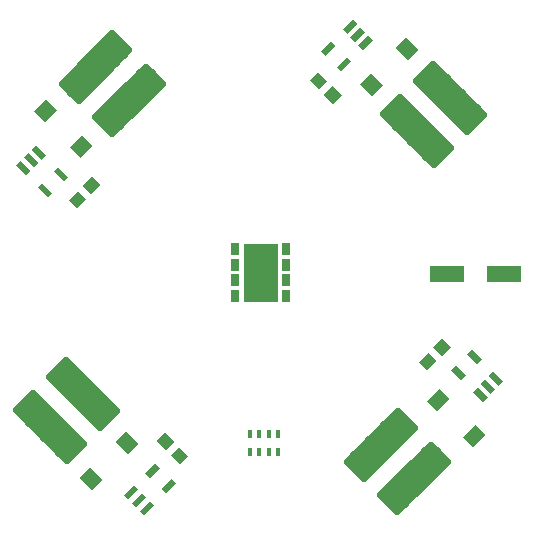
<source format=gtp>
G75*
G70*
%OFA0B0*%
%FSLAX24Y24*%
%IPPOS*%
%LPD*%
%AMOC8*
5,1,8,0,0,1.08239X$1,22.5*
%
%ADD10R,0.0433X0.0394*%
%ADD11R,0.0500X0.0579*%
%ADD12C,0.0251*%
%ADD13R,0.1181X0.0551*%
%ADD14R,0.0217X0.0472*%
%ADD15R,0.1142X0.1969*%
%ADD16R,0.0276X0.0394*%
%ADD17R,0.0177X0.0276*%
D10*
G36*
X015732Y013166D02*
X015427Y013471D01*
X015706Y013750D01*
X016011Y013445D01*
X015732Y013166D01*
G37*
G36*
X016205Y012693D02*
X015900Y012998D01*
X016179Y013277D01*
X016484Y012972D01*
X016205Y012693D01*
G37*
G36*
X024766Y016128D02*
X024461Y015823D01*
X024182Y016102D01*
X024487Y016407D01*
X024766Y016128D01*
G37*
G36*
X025240Y016601D02*
X024935Y016296D01*
X024656Y016575D01*
X024961Y016880D01*
X025240Y016601D01*
G37*
G36*
X021295Y025290D02*
X021600Y024985D01*
X021321Y024706D01*
X021016Y025011D01*
X021295Y025290D01*
G37*
G36*
X020822Y025763D02*
X021127Y025458D01*
X020848Y025179D01*
X020543Y025484D01*
X020822Y025763D01*
G37*
G36*
X012976Y021979D02*
X013281Y022284D01*
X013560Y022005D01*
X013255Y021700D01*
X012976Y021979D01*
G37*
G36*
X012502Y021506D02*
X012807Y021811D01*
X013086Y021532D01*
X012781Y021227D01*
X012502Y021506D01*
G37*
D11*
G36*
X012860Y012232D02*
X013214Y012586D01*
X013622Y012178D01*
X013268Y011824D01*
X012860Y012232D01*
G37*
G36*
X014819Y013376D02*
X014465Y013022D01*
X014057Y013430D01*
X014411Y013784D01*
X014819Y013376D01*
G37*
G36*
X012895Y022897D02*
X012541Y023251D01*
X012949Y023659D01*
X013303Y023305D01*
X012895Y022897D01*
G37*
G36*
X011752Y024856D02*
X012106Y024502D01*
X011698Y024094D01*
X011344Y024448D01*
X011752Y024856D01*
G37*
G36*
X022213Y025370D02*
X022567Y025724D01*
X022975Y025316D01*
X022621Y024962D01*
X022213Y025370D01*
G37*
G36*
X024172Y026513D02*
X023818Y026159D01*
X023410Y026567D01*
X023764Y026921D01*
X024172Y026513D01*
G37*
G36*
X024846Y015210D02*
X025200Y014856D01*
X024792Y014448D01*
X024438Y014802D01*
X024846Y015210D01*
G37*
G36*
X025990Y013251D02*
X025636Y013605D01*
X026044Y014013D01*
X026398Y013659D01*
X025990Y013251D01*
G37*
D12*
X024584Y013309D02*
X022925Y011650D01*
X024584Y013309D02*
X025117Y012776D01*
X023458Y011117D01*
X022925Y011650D01*
X023208Y011367D02*
X023708Y011367D01*
X023958Y011617D02*
X022958Y011617D01*
X023142Y011867D02*
X024208Y011867D01*
X024458Y012117D02*
X023392Y012117D01*
X023642Y012367D02*
X024708Y012367D01*
X024958Y012617D02*
X023892Y012617D01*
X024142Y012867D02*
X025026Y012867D01*
X024776Y013117D02*
X024392Y013117D01*
X024003Y013890D02*
X022344Y012231D01*
X021811Y012764D01*
X023470Y014423D01*
X024003Y013890D01*
X022594Y012481D02*
X022094Y012481D01*
X021844Y012731D02*
X022844Y012731D01*
X023094Y012981D02*
X022028Y012981D01*
X022278Y013231D02*
X023344Y013231D01*
X023594Y013481D02*
X022528Y013481D01*
X022778Y013731D02*
X023844Y013731D01*
X023912Y013981D02*
X023028Y013981D01*
X023278Y014231D02*
X023662Y014231D01*
X025206Y023225D02*
X023547Y024884D01*
X025206Y023225D02*
X024673Y022692D01*
X023014Y024351D01*
X023547Y024884D01*
X024423Y022942D02*
X024923Y022942D01*
X025173Y023192D02*
X024173Y023192D01*
X023923Y023442D02*
X024989Y023442D01*
X024739Y023692D02*
X023673Y023692D01*
X023423Y023942D02*
X024489Y023942D01*
X024239Y024192D02*
X023173Y024192D01*
X023105Y024442D02*
X023989Y024442D01*
X023739Y024692D02*
X023355Y024692D01*
X024128Y025464D02*
X025787Y023805D01*
X024128Y025464D02*
X024661Y025997D01*
X026320Y024338D01*
X025787Y023805D01*
X026037Y024055D02*
X025537Y024055D01*
X025287Y024305D02*
X026287Y024305D01*
X026103Y024555D02*
X025037Y024555D01*
X024787Y024805D02*
X025853Y024805D01*
X025603Y025055D02*
X024537Y025055D01*
X024287Y025305D02*
X025353Y025305D01*
X025103Y025555D02*
X024219Y025555D01*
X024469Y025805D02*
X024853Y025805D01*
X015076Y025906D02*
X013417Y024247D01*
X015076Y025906D02*
X015609Y025373D01*
X013950Y023714D01*
X013417Y024247D01*
X013700Y023964D02*
X014200Y023964D01*
X014450Y024214D02*
X013450Y024214D01*
X013634Y024464D02*
X014700Y024464D01*
X014950Y024714D02*
X013884Y024714D01*
X014134Y024964D02*
X015200Y024964D01*
X015450Y025214D02*
X014384Y025214D01*
X014634Y025464D02*
X015518Y025464D01*
X015268Y025714D02*
X014884Y025714D01*
X014495Y026487D02*
X012836Y024828D01*
X012303Y025361D01*
X013962Y027020D01*
X014495Y026487D01*
X013086Y025078D02*
X012586Y025078D01*
X012336Y025328D02*
X013336Y025328D01*
X013586Y025578D02*
X012520Y025578D01*
X012770Y025828D02*
X013836Y025828D01*
X014086Y026078D02*
X013020Y026078D01*
X013270Y026328D02*
X014336Y026328D01*
X014404Y026578D02*
X013520Y026578D01*
X013770Y026828D02*
X014154Y026828D01*
X011887Y015595D02*
X013546Y013936D01*
X011887Y015595D02*
X012420Y016128D01*
X014079Y014469D01*
X013546Y013936D01*
X013796Y014186D02*
X013296Y014186D01*
X013046Y014436D02*
X014046Y014436D01*
X013862Y014686D02*
X012796Y014686D01*
X012546Y014936D02*
X013612Y014936D01*
X013362Y015186D02*
X012296Y015186D01*
X012046Y015436D02*
X013112Y015436D01*
X012862Y015686D02*
X011978Y015686D01*
X012228Y015936D02*
X012612Y015936D01*
X011306Y015015D02*
X012965Y013356D01*
X012432Y012823D01*
X010773Y014482D01*
X011306Y015015D01*
X012182Y013073D02*
X012682Y013073D01*
X012932Y013323D02*
X011932Y013323D01*
X011682Y013573D02*
X012748Y013573D01*
X012498Y013823D02*
X011432Y013823D01*
X011182Y014073D02*
X012248Y014073D01*
X011998Y014323D02*
X010932Y014323D01*
X010864Y014573D02*
X011748Y014573D01*
X011498Y014823D02*
X011114Y014823D01*
D13*
X025125Y019028D03*
X027015Y019028D03*
D14*
G36*
X026271Y016181D02*
X026118Y016028D01*
X025785Y016361D01*
X025938Y016514D01*
X026271Y016181D01*
G37*
G36*
X026995Y015457D02*
X026842Y015304D01*
X026509Y015637D01*
X026662Y015790D01*
X026995Y015457D01*
G37*
G36*
X026730Y015192D02*
X026577Y015039D01*
X026244Y015372D01*
X026397Y015525D01*
X026730Y015192D01*
G37*
G36*
X026466Y014928D02*
X026313Y014775D01*
X025980Y015108D01*
X026133Y015261D01*
X026466Y014928D01*
G37*
G36*
X025742Y015652D02*
X025589Y015499D01*
X025256Y015832D01*
X025409Y015985D01*
X025742Y015652D01*
G37*
G36*
X015743Y011715D02*
X015590Y011868D01*
X015923Y012201D01*
X016076Y012048D01*
X015743Y011715D01*
G37*
G36*
X015019Y010991D02*
X014866Y011144D01*
X015199Y011477D01*
X015352Y011324D01*
X015019Y010991D01*
G37*
G36*
X014755Y011255D02*
X014602Y011408D01*
X014935Y011741D01*
X015088Y011588D01*
X014755Y011255D01*
G37*
G36*
X014490Y011520D02*
X014337Y011673D01*
X014670Y012006D01*
X014823Y011853D01*
X014490Y011520D01*
G37*
G36*
X015214Y012244D02*
X015061Y012397D01*
X015394Y012730D01*
X015547Y012577D01*
X015214Y012244D01*
G37*
G36*
X011471Y021926D02*
X011624Y022079D01*
X011957Y021746D01*
X011804Y021593D01*
X011471Y021926D01*
G37*
G36*
X010747Y022650D02*
X010900Y022803D01*
X011233Y022470D01*
X011080Y022317D01*
X010747Y022650D01*
G37*
G36*
X011012Y022914D02*
X011165Y023067D01*
X011498Y022734D01*
X011345Y022581D01*
X011012Y022914D01*
G37*
G36*
X011276Y023179D02*
X011429Y023332D01*
X011762Y022999D01*
X011609Y022846D01*
X011276Y023179D01*
G37*
G36*
X012000Y022455D02*
X012153Y022608D01*
X012486Y022275D01*
X012333Y022122D01*
X012000Y022455D01*
G37*
G36*
X021242Y026795D02*
X021395Y026642D01*
X021062Y026309D01*
X020909Y026462D01*
X021242Y026795D01*
G37*
G36*
X021966Y027518D02*
X022119Y027365D01*
X021786Y027032D01*
X021633Y027185D01*
X021966Y027518D01*
G37*
G36*
X022230Y027254D02*
X022383Y027101D01*
X022050Y026768D01*
X021897Y026921D01*
X022230Y027254D01*
G37*
G36*
X022495Y026989D02*
X022648Y026836D01*
X022315Y026503D01*
X022162Y026656D01*
X022495Y026989D01*
G37*
G36*
X021771Y026266D02*
X021924Y026113D01*
X021591Y025780D01*
X021438Y025933D01*
X021771Y026266D01*
G37*
D15*
X018901Y019079D03*
D16*
X018055Y018843D03*
X018055Y019315D03*
X018055Y019866D03*
X018055Y018292D03*
X019747Y018292D03*
X019747Y018843D03*
X019747Y019315D03*
X019747Y019866D03*
D17*
X019492Y013695D03*
X019177Y013695D03*
X018862Y013695D03*
X018547Y013695D03*
X018547Y013085D03*
X018862Y013085D03*
X019177Y013085D03*
X019492Y013085D03*
M02*

</source>
